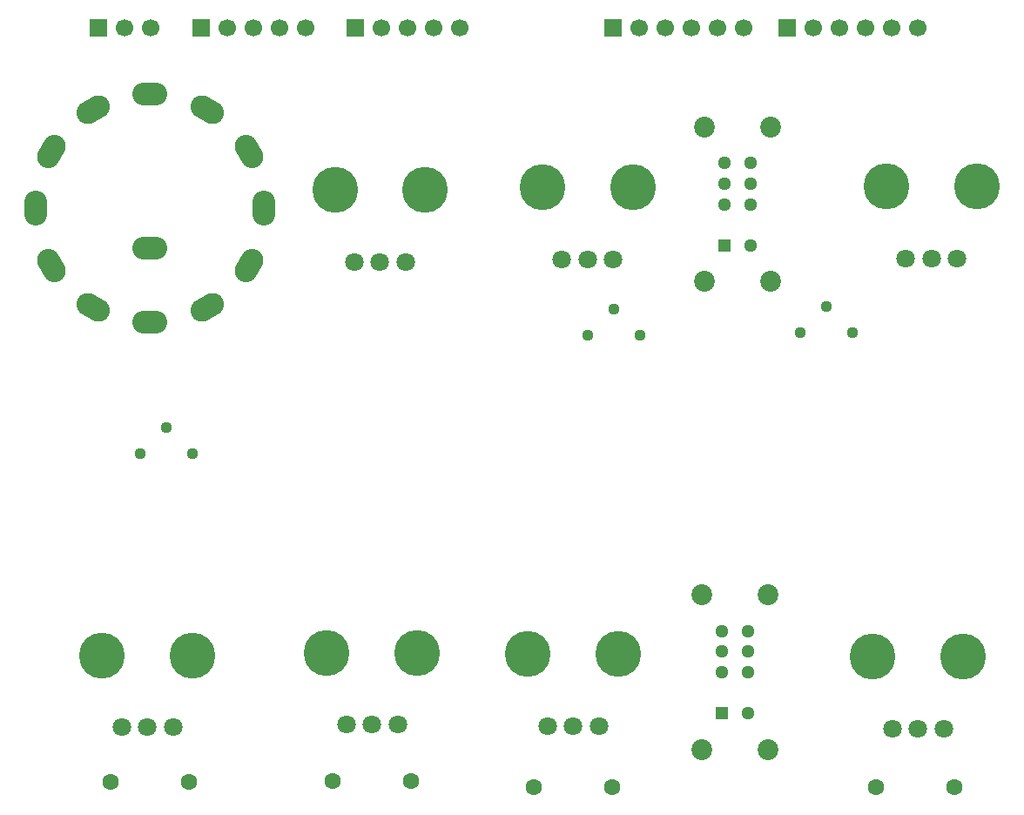
<source format=gbr>
%TF.GenerationSoftware,KiCad,Pcbnew,9.0.3*%
%TF.CreationDate,2025-10-30T19:50:34+09:00*%
%TF.ProjectId,VCOBoard,56434f42-6f61-4726-942e-6b696361645f,rev?*%
%TF.SameCoordinates,Original*%
%TF.FileFunction,Soldermask,Bot*%
%TF.FilePolarity,Negative*%
%FSLAX46Y46*%
G04 Gerber Fmt 4.6, Leading zero omitted, Abs format (unit mm)*
G04 Created by KiCad (PCBNEW 9.0.3) date 2025-10-30 19:50:34*
%MOMM*%
%LPD*%
G01*
G04 APERTURE LIST*
G04 Aperture macros list*
%AMHorizOval*
0 Thick line with rounded ends*
0 $1 width*
0 $2 $3 position (X,Y) of the first rounded end (center of the circle)*
0 $4 $5 position (X,Y) of the second rounded end (center of the circle)*
0 Add line between two ends*
20,1,$1,$2,$3,$4,$5,0*
0 Add two circle primitives to create the rounded ends*
1,1,$1,$2,$3*
1,1,$1,$4,$5*%
G04 Aperture macros list end*
%ADD10R,1.700000X1.700000*%
%ADD11C,1.700000*%
%ADD12C,1.600000*%
%ADD13C,1.800000*%
%ADD14C,4.455000*%
%ADD15C,1.120000*%
%ADD16R,1.200000X1.200000*%
%ADD17C,1.286000*%
%ADD18C,2.025000*%
%ADD19HorizOval,2.200000X-0.519615X-0.300000X0.519615X0.300000X0*%
%ADD20O,3.400000X2.200000*%
%ADD21HorizOval,2.200000X-0.519615X0.300000X0.519615X-0.300000X0*%
%ADD22HorizOval,2.200000X-0.300000X0.519615X0.300000X-0.519615X0*%
%ADD23O,2.200000X3.400000*%
%ADD24HorizOval,2.200000X0.300000X0.519615X-0.300000X-0.519615X0*%
%ADD25HorizOval,2.200000X0.519615X0.300000X-0.519615X-0.300000X0*%
%ADD26HorizOval,2.200000X0.519615X-0.300000X-0.519615X0.300000X0*%
%ADD27HorizOval,2.200000X0.300000X-0.519615X-0.300000X0.519615X0*%
%ADD28HorizOval,2.200000X-0.300000X-0.519615X0.300000X0.519615X0*%
G04 APERTURE END LIST*
D10*
%TO.C,J3*%
X96000000Y-48000000D03*
D11*
X98540000Y-48000000D03*
X101080000Y-48000000D03*
%TD*%
D12*
%TO.C,R12*%
X138303000Y-121827000D03*
X145923000Y-121827000D03*
%TD*%
D13*
%TO.C,VR7*%
X174493000Y-70373000D03*
X176993000Y-70373000D03*
X179493000Y-70373000D03*
D14*
X172593000Y-63373000D03*
X181393000Y-63373000D03*
%TD*%
D15*
%TO.C,VR27*%
X143529000Y-77867000D03*
X146069000Y-75327000D03*
X148609000Y-77867000D03*
%TD*%
D13*
%TO.C,VR5*%
X141055000Y-70500000D03*
X143555000Y-70500000D03*
X146055000Y-70500000D03*
D14*
X139155000Y-63500000D03*
X147955000Y-63500000D03*
%TD*%
D16*
%TO.C,S1*%
X156631000Y-114619000D03*
D17*
X156631000Y-108619000D03*
X156631000Y-106619000D03*
X159131000Y-114619000D03*
X159131000Y-108619000D03*
X159131000Y-106619000D03*
D18*
X154656000Y-118129000D03*
X154656000Y-103129000D03*
X161106000Y-118129000D03*
X161106000Y-103129000D03*
D17*
X156631000Y-110619000D03*
X159131000Y-110619000D03*
%TD*%
D15*
%TO.C,VR21*%
X164230000Y-77613000D03*
X166770000Y-75073000D03*
X169310000Y-77613000D03*
%TD*%
D12*
%TO.C,R11*%
X118745000Y-121192000D03*
X126365000Y-121192000D03*
%TD*%
D13*
%TO.C,VR3*%
X98256000Y-116000000D03*
X100756000Y-116000000D03*
X103256000Y-116000000D03*
D14*
X96356000Y-109000000D03*
X105156000Y-109000000D03*
%TD*%
D13*
%TO.C,VR4*%
X120100000Y-115746000D03*
X122600000Y-115746000D03*
X125100000Y-115746000D03*
D14*
X118200000Y-108746000D03*
X127000000Y-108746000D03*
%TD*%
D13*
%TO.C,VR2*%
X173181000Y-116112000D03*
X175681000Y-116112000D03*
X178181000Y-116112000D03*
D14*
X171281000Y-109112000D03*
X180081000Y-109112000D03*
%TD*%
D12*
%TO.C,R9*%
X171577000Y-121827000D03*
X179197000Y-121827000D03*
%TD*%
D10*
%TO.C,J4*%
X106000000Y-48000000D03*
D11*
X108540000Y-48000000D03*
X111080000Y-48000000D03*
X113620000Y-48000000D03*
X116160000Y-48000000D03*
%TD*%
D15*
%TO.C,VR20*%
X100092000Y-89408000D03*
X102632000Y-86868000D03*
X105172000Y-89408000D03*
%TD*%
D19*
%TO.C,S3*%
X106540400Y-75119700D03*
D20*
X100990404Y-76606816D03*
D21*
X95440393Y-75119700D03*
D22*
X91377513Y-71056820D03*
D23*
X89890404Y-65506817D03*
D24*
X91377520Y-59956819D03*
D25*
X95440399Y-55893939D03*
D20*
X100990404Y-54406817D03*
D26*
X106540400Y-55893933D03*
D27*
X110603280Y-59956813D03*
D23*
X112090403Y-65506819D03*
D28*
X110603279Y-71056820D03*
D20*
X100990397Y-69356815D03*
%TD*%
D16*
%TO.C,S2*%
X156885000Y-69124000D03*
D17*
X156885000Y-63124000D03*
X156885000Y-61124000D03*
X159385000Y-69124000D03*
X159385000Y-63124000D03*
X159385000Y-61124000D03*
D18*
X154910000Y-72634000D03*
X154910000Y-57634000D03*
X161360000Y-72634000D03*
X161360000Y-57634000D03*
D17*
X156885000Y-65124000D03*
X159385000Y-65124000D03*
%TD*%
D13*
%TO.C,VR6*%
X139658000Y-115873000D03*
X142158000Y-115873000D03*
X144658000Y-115873000D03*
D14*
X137758000Y-108873000D03*
X146558000Y-108873000D03*
%TD*%
D12*
%TO.C,R10*%
X97155000Y-121319000D03*
X104775000Y-121319000D03*
%TD*%
D10*
%TO.C,J2*%
X121000000Y-48000000D03*
D11*
X123540000Y-48000000D03*
X126080000Y-48000000D03*
X128620000Y-48000000D03*
X131160000Y-48000000D03*
%TD*%
D10*
%TO.C,J6*%
X146000000Y-48000000D03*
D11*
X148540000Y-48000000D03*
X151080000Y-48000000D03*
X153620000Y-48000000D03*
X156160000Y-48000000D03*
X158700000Y-48000000D03*
%TD*%
D10*
%TO.C,J1*%
X163000000Y-48006000D03*
D11*
X165540000Y-48006000D03*
X168080000Y-48006000D03*
X170620000Y-48006000D03*
X173160000Y-48006000D03*
X175700000Y-48006000D03*
%TD*%
D13*
%TO.C,VR1*%
X120876000Y-70760300D03*
X123376000Y-70760300D03*
X125876000Y-70760300D03*
D14*
X118976000Y-63760300D03*
X127776000Y-63760300D03*
%TD*%
M02*

</source>
